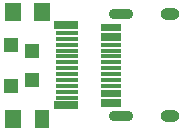
<source format=gbr>
%TF.GenerationSoftware,KiCad,Pcbnew,6.0.0-d3dd2cf0fa~116~ubuntu20.04.1*%
%TF.CreationDate,2022-01-22T11:47:11-08:00*%
%TF.ProjectId,usb-c-power-toggle,7573622d-632d-4706-9f77-65722d746f67,rev?*%
%TF.SameCoordinates,Original*%
%TF.FileFunction,Paste,Top*%
%TF.FilePolarity,Positive*%
%FSLAX46Y46*%
G04 Gerber Fmt 4.6, Leading zero omitted, Abs format (unit mm)*
G04 Created by KiCad (PCBNEW 6.0.0-d3dd2cf0fa~116~ubuntu20.04.1) date 2022-01-22 11:47:11*
%MOMM*%
%LPD*%
G01*
G04 APERTURE LIST*
%ADD10R,1.400000X1.500000*%
%ADD11R,2.100000X0.650000*%
%ADD12R,1.200000X1.200000*%
%ADD13R,1.300000X1.500000*%
%ADD14R,1.900000X0.350000*%
%ADD15R,1.750000X0.300000*%
%ADD16O,2.100000X0.900000*%
%ADD17O,1.600000X1.000000*%
G04 APERTURE END LIST*
D10*
%TO.C,P1*%
X132555000Y-74950000D03*
X130055000Y-74950000D03*
D11*
X134555000Y-76100000D03*
X134555000Y-82900000D03*
D12*
X131705000Y-80750000D03*
D13*
X132555000Y-84050000D03*
D12*
X131705000Y-78250000D03*
X129955000Y-77750000D03*
X129955000Y-81250000D03*
D10*
X130055000Y-84050000D03*
D14*
X134655000Y-81750000D03*
X134655000Y-81250000D03*
X134655000Y-78750000D03*
X134655000Y-78250000D03*
X134655000Y-76750000D03*
X134655000Y-77250000D03*
X134655000Y-77750000D03*
X134655000Y-79250000D03*
X134655000Y-79750000D03*
X134655000Y-80250000D03*
X134655000Y-80750000D03*
X134655000Y-82250000D03*
%TD*%
D15*
%TO.C,JP1*%
X138350000Y-76150000D03*
X138350000Y-76450000D03*
X138350000Y-77250000D03*
X138350000Y-76950000D03*
X138350000Y-81750000D03*
X138350000Y-82050000D03*
X138350000Y-82550000D03*
X138350000Y-82850000D03*
X138350000Y-79750000D03*
X138350000Y-80750000D03*
X138350000Y-81250000D03*
X138350000Y-80250000D03*
X138350000Y-77750000D03*
X138350000Y-78250000D03*
X138350000Y-78750000D03*
X138350000Y-79250000D03*
D16*
X139190000Y-75180000D03*
X139190000Y-83820000D03*
D17*
X143370000Y-75180000D03*
X143370000Y-83820000D03*
%TD*%
M02*

</source>
